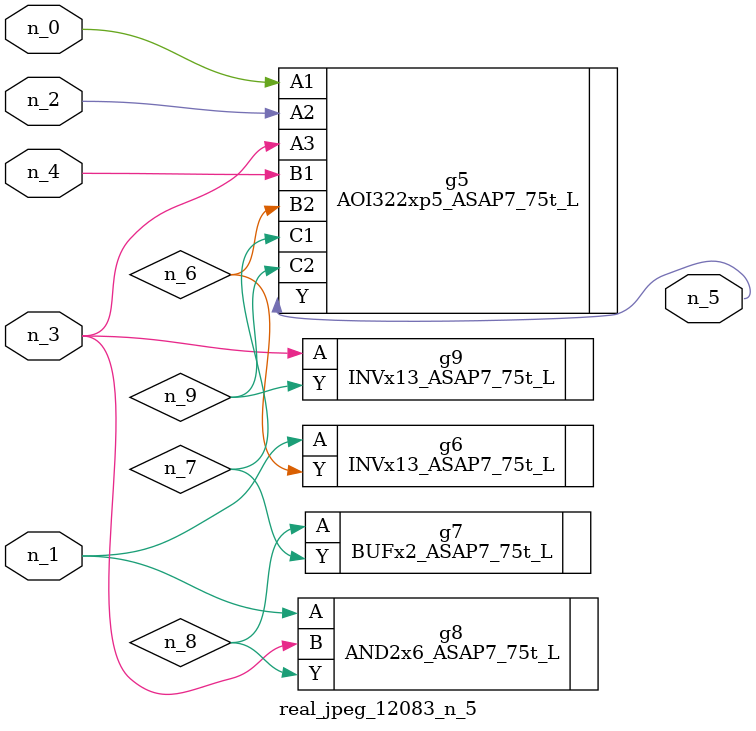
<source format=v>
module real_jpeg_12083_n_5 (n_4, n_0, n_1, n_2, n_3, n_5);

input n_4;
input n_0;
input n_1;
input n_2;
input n_3;

output n_5;

wire n_8;
wire n_6;
wire n_7;
wire n_9;

AOI322xp5_ASAP7_75t_L g5 ( 
.A1(n_0),
.A2(n_2),
.A3(n_3),
.B1(n_4),
.B2(n_6),
.C1(n_7),
.C2(n_9),
.Y(n_5)
);

INVx13_ASAP7_75t_L g6 ( 
.A(n_1),
.Y(n_6)
);

AND2x6_ASAP7_75t_L g8 ( 
.A(n_1),
.B(n_3),
.Y(n_8)
);

INVx13_ASAP7_75t_L g9 ( 
.A(n_3),
.Y(n_9)
);

BUFx2_ASAP7_75t_L g7 ( 
.A(n_8),
.Y(n_7)
);


endmodule
</source>
